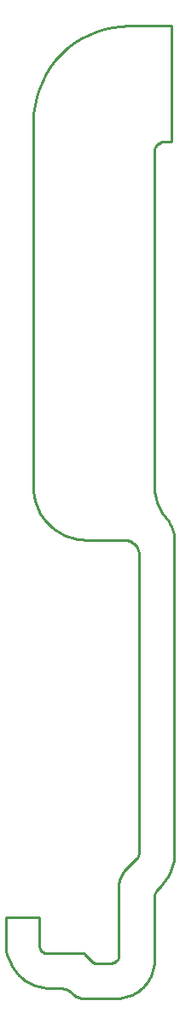
<source format=gbr>
G04 EAGLE Gerber RS-274X export*
G75*
%MOMM*%
%FSLAX34Y34*%
%LPD*%
%IN*%
%IPPOS*%
%AMOC8*
5,1,8,0,0,1.08239X$1,22.5*%
G01*
%ADD10C,0.254000*%


D10*
X2500Y60000D02*
X2671Y56078D01*
X3184Y52186D01*
X4033Y48353D01*
X5214Y44609D01*
X6716Y40982D01*
X8529Y37500D01*
X10638Y34189D01*
X13028Y31075D01*
X15680Y28180D01*
X18575Y25528D01*
X21689Y23138D01*
X25000Y21029D01*
X28482Y19216D01*
X32109Y17714D01*
X35853Y16533D01*
X39686Y15684D01*
X43578Y15171D01*
X47500Y15000D01*
X55858Y15000D01*
X57518Y14928D01*
X59166Y14711D01*
X60789Y14351D01*
X62374Y13851D01*
X63910Y13215D01*
X65385Y12447D01*
X66786Y11554D01*
X68105Y10542D01*
X69331Y9419D01*
X70301Y8530D01*
X71345Y7729D01*
X72456Y7022D01*
X73623Y6414D01*
X74839Y5910D01*
X76095Y5514D01*
X77380Y5229D01*
X78685Y5057D01*
X80000Y5000D01*
X111988Y5000D01*
X115301Y5145D01*
X118589Y5578D01*
X121826Y6295D01*
X124989Y7292D01*
X128053Y8561D01*
X130994Y10093D01*
X133791Y11874D01*
X136422Y13893D01*
X138867Y16134D01*
X141107Y18578D01*
X143126Y21209D01*
X144907Y24006D01*
X146439Y26948D01*
X147708Y30011D01*
X148705Y33174D01*
X149423Y36411D01*
X149855Y39699D01*
X150000Y43012D01*
X150000Y105000D01*
X150046Y106052D01*
X150183Y107096D01*
X150411Y108124D01*
X150728Y109129D01*
X151131Y110101D01*
X151617Y111036D01*
X152183Y111924D01*
X152824Y112759D01*
X153536Y113536D01*
X155986Y115986D01*
X158806Y119064D01*
X161347Y122375D01*
X163590Y125895D01*
X165517Y129598D01*
X167115Y133454D01*
X168370Y137435D01*
X169273Y141510D01*
X169818Y145649D01*
X170000Y149819D01*
X170000Y460000D01*
X169880Y462746D01*
X169521Y465471D01*
X168926Y468155D01*
X168100Y470776D01*
X167048Y473316D01*
X165779Y475754D01*
X164302Y478072D01*
X164233Y478170D01*
X157945Y487079D01*
X155898Y490264D01*
X154137Y493617D01*
X152674Y497109D01*
X151522Y500717D01*
X150688Y504410D01*
X150180Y508163D01*
X150000Y511945D01*
X150000Y512110D01*
X150000Y845000D01*
X150038Y845872D01*
X150152Y846736D01*
X150341Y847588D01*
X150603Y848420D01*
X150937Y849226D01*
X151340Y850000D01*
X151808Y850736D01*
X152340Y851428D01*
X152929Y852071D01*
X153572Y852660D01*
X154264Y853192D01*
X155000Y853660D01*
X155774Y854063D01*
X156580Y854397D01*
X157412Y854659D01*
X158264Y854848D01*
X159128Y854962D01*
X160000Y855000D01*
X167500Y855000D01*
X167500Y970000D01*
X125000Y970000D01*
X116720Y969639D01*
X108503Y968557D01*
X100412Y966763D01*
X92508Y964271D01*
X84851Y961099D01*
X77500Y957272D01*
X70510Y952819D01*
X63935Y947774D01*
X57825Y942175D01*
X52226Y936065D01*
X47181Y929490D01*
X42728Y922500D01*
X38901Y915149D01*
X35729Y907492D01*
X33237Y899588D01*
X31443Y891497D01*
X30362Y883280D01*
X30000Y875000D01*
X30000Y512320D01*
X30199Y507760D01*
X30795Y503235D01*
X31783Y498779D01*
X33155Y494426D01*
X34902Y490209D01*
X37010Y486160D01*
X39462Y482311D01*
X42241Y478690D01*
X45324Y475324D01*
X48690Y472241D01*
X52311Y469462D01*
X56160Y467010D01*
X60209Y464902D01*
X64426Y463155D01*
X68779Y461783D01*
X73235Y460795D01*
X77760Y460199D01*
X82320Y460000D01*
X120000Y460000D01*
X121307Y459943D01*
X122605Y459772D01*
X123882Y459489D01*
X125130Y459095D01*
X126339Y458595D01*
X127500Y457990D01*
X128604Y457287D01*
X129642Y456491D01*
X130607Y455607D01*
X131491Y454642D01*
X132287Y453604D01*
X132990Y452500D01*
X133595Y451339D01*
X134095Y450130D01*
X134489Y448882D01*
X134772Y447605D01*
X134943Y446307D01*
X135000Y445000D01*
X135000Y150000D01*
X134966Y149211D01*
X134862Y148428D01*
X134692Y147657D01*
X134454Y146904D01*
X134152Y146174D01*
X133787Y145473D01*
X133363Y144807D01*
X132882Y144181D01*
X132348Y143598D01*
X121187Y132437D01*
X119942Y131079D01*
X118820Y129616D01*
X117830Y128062D01*
X116979Y126428D01*
X116274Y124725D01*
X115720Y122967D01*
X115321Y121168D01*
X115080Y119341D01*
X115000Y117500D01*
X115000Y48062D01*
X114969Y47359D01*
X114878Y46662D01*
X114725Y45975D01*
X114514Y45305D01*
X114245Y44655D01*
X113920Y44031D01*
X113542Y43438D01*
X113114Y42880D01*
X112639Y42361D01*
X112120Y41886D01*
X111562Y41458D01*
X110969Y41080D01*
X110345Y40755D01*
X109695Y40486D01*
X109025Y40275D01*
X108338Y40122D01*
X107641Y40031D01*
X106938Y40000D01*
X91052Y40000D01*
X90831Y40010D01*
X90611Y40039D01*
X90395Y40087D01*
X90183Y40153D01*
X89979Y40238D01*
X89782Y40340D01*
X89595Y40459D01*
X89419Y40594D01*
X89256Y40744D01*
X80884Y49116D01*
X80690Y49294D01*
X80481Y49454D01*
X80259Y49596D01*
X80025Y49717D01*
X79782Y49818D01*
X79531Y49897D01*
X79274Y49954D01*
X79013Y49989D01*
X78750Y50000D01*
X42500Y50000D01*
X41955Y50024D01*
X41415Y50095D01*
X40882Y50213D01*
X40362Y50377D01*
X39859Y50586D01*
X39375Y50837D01*
X38915Y51130D01*
X38483Y51462D01*
X38081Y51831D01*
X37712Y52233D01*
X37380Y52665D01*
X37087Y53125D01*
X36836Y53609D01*
X36627Y54112D01*
X36463Y54632D01*
X36345Y55165D01*
X36274Y55705D01*
X36250Y56250D01*
X36250Y85000D01*
X2500Y85000D01*
X2500Y60000D01*
M02*

</source>
